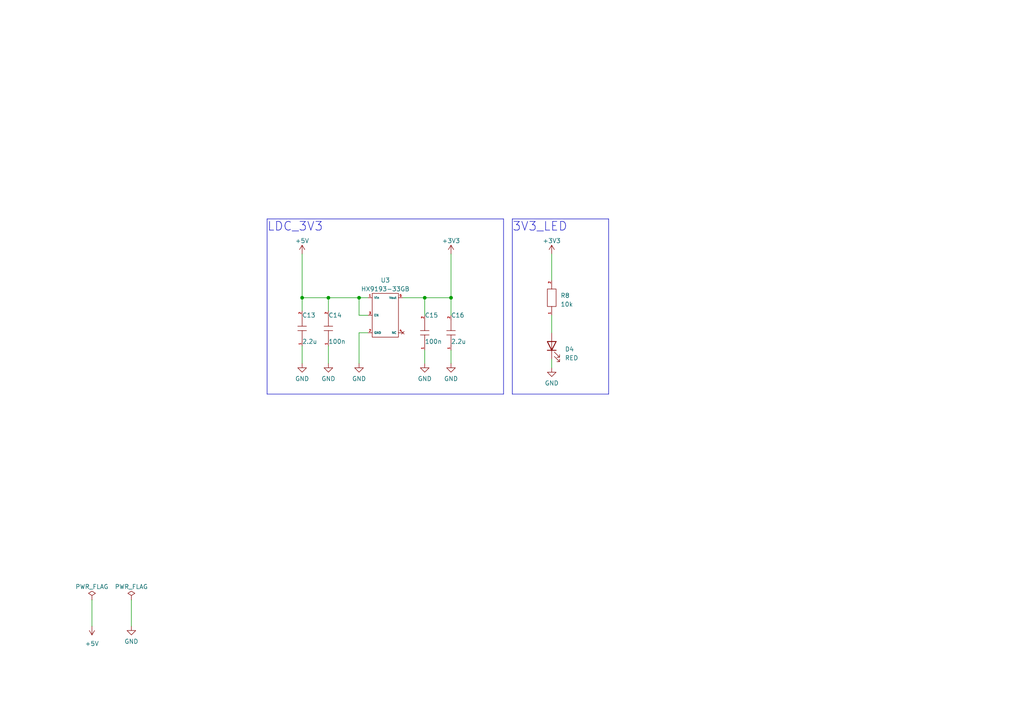
<source format=kicad_sch>
(kicad_sch (version 20230121) (generator eeschema)

  (uuid f1a59d39-2cc7-4634-995f-9a77d5826678)

  (paper "A4")

  (lib_symbols
    (symbol "001_Basic_PassiveComponents:001_Resistor" (pin_names (offset 1.016)) (in_bom yes) (on_board yes)
      (property "Reference" "R" (at -4.445 -2.54 0)
        (effects (font (size 1.27 1.27)))
      )
      (property "Value" "001_Resistor" (at 0 2.54 0)
        (effects (font (size 1.27 1.27)))
      )
      (property "Footprint" "" (at -3.81 3.81 0)
        (effects (font (size 1.27 1.27)) hide)
      )
      (property "Datasheet" "" (at -3.81 3.81 0)
        (effects (font (size 1.27 1.27)) hide)
      )
      (property "Symbol type" "Alternate Source" (at 0 5.08 0)
        (effects (font (size 1.27 1.27)) hide)
      )
      (symbol "001_Resistor_0_1"
        (rectangle (start -2.54 1.27) (end 2.54 -1.27)
          (stroke (width 0) (type default))
          (fill (type none))
        )
        (polyline
          (pts
            (xy -3.81 0)
            (xy -2.54 0)
          )
          (stroke (width 0) (type default))
          (fill (type none))
        )
        (polyline
          (pts
            (xy 2.54 0)
            (xy 3.81 0)
          )
          (stroke (width 0) (type default))
          (fill (type none))
        )
      )
      (symbol "001_Resistor_1_1"
        (pin passive line (at -5.08 0 0) (length 1.27)
          (name "~" (effects (font (size 0.635 0.635))))
          (number "1" (effects (font (size 0.635 0.635))))
        )
        (pin passive line (at 5.08 0 180) (length 1.27)
          (name "~" (effects (font (size 0.635 0.635))))
          (number "2" (effects (font (size 0.635 0.635))))
        )
      )
    )
    (symbol "001_Basic_PassiveComponents:101_Capacitor" (pin_names (offset 1.016)) (in_bom yes) (on_board yes)
      (property "Reference" "C" (at -4.445 -2.54 0)
        (effects (font (size 1.27 1.27)))
      )
      (property "Value" "101_Capacitor" (at 0 2.54 0)
        (effects (font (size 1.27 1.27)))
      )
      (property "Footprint" "" (at 0 0 0)
        (effects (font (size 1.27 1.27)) hide)
      )
      (property "Datasheet" "" (at 0 0 0)
        (effects (font (size 1.27 1.27)) hide)
      )
      (property "Symbol type" "Alternate Source" (at 0 5.08 0)
        (effects (font (size 1.27 1.27)) hide)
      )
      (symbol "101_Capacitor_0_1"
        (polyline
          (pts
            (xy -3.81 0)
            (xy -0.635 0)
          )
          (stroke (width 0) (type default))
          (fill (type none))
        )
        (polyline
          (pts
            (xy -0.635 1.27)
            (xy -0.635 -1.27)
          )
          (stroke (width 0) (type default))
          (fill (type none))
        )
        (polyline
          (pts
            (xy 0.635 0)
            (xy 3.81 0)
          )
          (stroke (width 0) (type default))
          (fill (type none))
        )
        (polyline
          (pts
            (xy 0.635 1.27)
            (xy 0.635 -1.27)
          )
          (stroke (width 0) (type default))
          (fill (type none))
        )
      )
      (symbol "101_Capacitor_1_1"
        (pin passive line (at -5.08 0 0) (length 1.27)
          (name "~" (effects (font (size 0.635 0.635))))
          (number "1" (effects (font (size 0.635 0.635))))
        )
        (pin passive line (at 5.08 0 180) (length 1.27)
          (name "~" (effects (font (size 0.635 0.635))))
          (number "2" (effects (font (size 0.635 0.635))))
        )
      )
    )
    (symbol "203_Power_LDO:HX9193-33GB-N" (in_bom yes) (on_board yes)
      (property "Reference" "U" (at -2.54 -7.62 0)
        (effects (font (size 1.27 1.27)))
      )
      (property "Value" "HX9193-33GB-N" (at 0 7.62 0)
        (effects (font (size 1.27 1.27)))
      )
      (property "Footprint" "003_GN_SMALL-SEMI_SMD:SOT-23-5" (at 0 10.16 0)
        (effects (font (size 1.27 1.27)) hide)
      )
      (property "Datasheet" "" (at 0 2.54 0)
        (effects (font (size 1.27 1.27)) hide)
      )
      (property "Symbol type" "Specified Device" (at 0 12.7 0)
        (effects (font (size 1.27 1.27)) hide)
      )
      (property "ki_keywords" "High PSRR" (at 0 0 0)
        (effects (font (size 1.27 1.27)) hide)
      )
      (property "ki_description" "7Vin_3.3Vout_300mA" (at 0 0 0)
        (effects (font (size 1.27 1.27)) hide)
      )
      (symbol "HX9193-33GB-N_0_1"
        (rectangle (start -3.81 6.35) (end 3.81 -6.35)
          (stroke (width 0) (type default))
          (fill (type none))
        )
      )
      (symbol "HX9193-33GB-N_1_1"
        (pin power_in line (at -5.08 5.08 0) (length 1.27)
          (name "Vin" (effects (font (size 0.635 0.635))))
          (number "1" (effects (font (size 0.635 0.635))))
        )
        (pin power_in line (at -5.08 -5.08 0) (length 1.27)
          (name "GND" (effects (font (size 0.635 0.635))))
          (number "2" (effects (font (size 0.635 0.635))))
        )
        (pin input line (at -5.08 0 0) (length 1.27)
          (name "EN" (effects (font (size 0.635 0.635))))
          (number "3" (effects (font (size 0.635 0.635))))
        )
        (pin no_connect line (at 5.08 -5.08 180) (length 1.27)
          (name "NC" (effects (font (size 0.635 0.635))))
          (number "4" (effects (font (size 0.635 0.635))))
        )
        (pin power_out line (at 5.08 5.08 180) (length 1.27)
          (name "Vout" (effects (font (size 0.635 0.635))))
          (number "5" (effects (font (size 0.635 0.635))))
        )
      )
    )
    (symbol "Device:LED" (pin_numbers hide) (pin_names (offset 1.016) hide) (in_bom yes) (on_board yes)
      (property "Reference" "D" (at 0 2.54 0)
        (effects (font (size 1.27 1.27)))
      )
      (property "Value" "LED" (at 0 -2.54 0)
        (effects (font (size 1.27 1.27)))
      )
      (property "Footprint" "" (at 0 0 0)
        (effects (font (size 1.27 1.27)) hide)
      )
      (property "Datasheet" "~" (at 0 0 0)
        (effects (font (size 1.27 1.27)) hide)
      )
      (property "ki_keywords" "LED diode" (at 0 0 0)
        (effects (font (size 1.27 1.27)) hide)
      )
      (property "ki_description" "Light emitting diode" (at 0 0 0)
        (effects (font (size 1.27 1.27)) hide)
      )
      (property "ki_fp_filters" "LED* LED_SMD:* LED_THT:*" (at 0 0 0)
        (effects (font (size 1.27 1.27)) hide)
      )
      (symbol "LED_0_1"
        (polyline
          (pts
            (xy -1.27 -1.27)
            (xy -1.27 1.27)
          )
          (stroke (width 0.254) (type default))
          (fill (type none))
        )
        (polyline
          (pts
            (xy -1.27 0)
            (xy 1.27 0)
          )
          (stroke (width 0) (type default))
          (fill (type none))
        )
        (polyline
          (pts
            (xy 1.27 -1.27)
            (xy 1.27 1.27)
            (xy -1.27 0)
            (xy 1.27 -1.27)
          )
          (stroke (width 0.254) (type default))
          (fill (type none))
        )
        (polyline
          (pts
            (xy -3.048 -0.762)
            (xy -4.572 -2.286)
            (xy -3.81 -2.286)
            (xy -4.572 -2.286)
            (xy -4.572 -1.524)
          )
          (stroke (width 0) (type default))
          (fill (type none))
        )
        (polyline
          (pts
            (xy -1.778 -0.762)
            (xy -3.302 -2.286)
            (xy -2.54 -2.286)
            (xy -3.302 -2.286)
            (xy -3.302 -1.524)
          )
          (stroke (width 0) (type default))
          (fill (type none))
        )
      )
      (symbol "LED_1_1"
        (pin passive line (at -3.81 0 0) (length 2.54)
          (name "K" (effects (font (size 1.27 1.27))))
          (number "1" (effects (font (size 1.27 1.27))))
        )
        (pin passive line (at 3.81 0 180) (length 2.54)
          (name "A" (effects (font (size 1.27 1.27))))
          (number "2" (effects (font (size 1.27 1.27))))
        )
      )
    )
    (symbol "power:+3V3" (power) (pin_names (offset 0)) (in_bom yes) (on_board yes)
      (property "Reference" "#PWR" (at 0 -3.81 0)
        (effects (font (size 1.27 1.27)) hide)
      )
      (property "Value" "+3V3" (at 0 3.556 0)
        (effects (font (size 1.27 1.27)))
      )
      (property "Footprint" "" (at 0 0 0)
        (effects (font (size 1.27 1.27)) hide)
      )
      (property "Datasheet" "" (at 0 0 0)
        (effects (font (size 1.27 1.27)) hide)
      )
      (property "ki_keywords" "global power" (at 0 0 0)
        (effects (font (size 1.27 1.27)) hide)
      )
      (property "ki_description" "Power symbol creates a global label with name \"+3V3\"" (at 0 0 0)
        (effects (font (size 1.27 1.27)) hide)
      )
      (symbol "+3V3_0_1"
        (polyline
          (pts
            (xy -0.762 1.27)
            (xy 0 2.54)
          )
          (stroke (width 0) (type default))
          (fill (type none))
        )
        (polyline
          (pts
            (xy 0 0)
            (xy 0 2.54)
          )
          (stroke (width 0) (type default))
          (fill (type none))
        )
        (polyline
          (pts
            (xy 0 2.54)
            (xy 0.762 1.27)
          )
          (stroke (width 0) (type default))
          (fill (type none))
        )
      )
      (symbol "+3V3_1_1"
        (pin power_in line (at 0 0 90) (length 0) hide
          (name "+3V3" (effects (font (size 1.27 1.27))))
          (number "1" (effects (font (size 1.27 1.27))))
        )
      )
    )
    (symbol "power:+5V" (power) (pin_names (offset 0)) (in_bom yes) (on_board yes)
      (property "Reference" "#PWR" (at 0 -3.81 0)
        (effects (font (size 1.27 1.27)) hide)
      )
      (property "Value" "+5V" (at 0 3.556 0)
        (effects (font (size 1.27 1.27)))
      )
      (property "Footprint" "" (at 0 0 0)
        (effects (font (size 1.27 1.27)) hide)
      )
      (property "Datasheet" "" (at 0 0 0)
        (effects (font (size 1.27 1.27)) hide)
      )
      (property "ki_keywords" "global power" (at 0 0 0)
        (effects (font (size 1.27 1.27)) hide)
      )
      (property "ki_description" "Power symbol creates a global label with name \"+5V\"" (at 0 0 0)
        (effects (font (size 1.27 1.27)) hide)
      )
      (symbol "+5V_0_1"
        (polyline
          (pts
            (xy -0.762 1.27)
            (xy 0 2.54)
          )
          (stroke (width 0) (type default))
          (fill (type none))
        )
        (polyline
          (pts
            (xy 0 0)
            (xy 0 2.54)
          )
          (stroke (width 0) (type default))
          (fill (type none))
        )
        (polyline
          (pts
            (xy 0 2.54)
            (xy 0.762 1.27)
          )
          (stroke (width 0) (type default))
          (fill (type none))
        )
      )
      (symbol "+5V_1_1"
        (pin power_in line (at 0 0 90) (length 0) hide
          (name "+5V" (effects (font (size 1.27 1.27))))
          (number "1" (effects (font (size 1.27 1.27))))
        )
      )
    )
    (symbol "power:GND" (power) (pin_names (offset 0)) (in_bom yes) (on_board yes)
      (property "Reference" "#PWR" (at 0 -6.35 0)
        (effects (font (size 1.27 1.27)) hide)
      )
      (property "Value" "GND" (at 0 -3.81 0)
        (effects (font (size 1.27 1.27)))
      )
      (property "Footprint" "" (at 0 0 0)
        (effects (font (size 1.27 1.27)) hide)
      )
      (property "Datasheet" "" (at 0 0 0)
        (effects (font (size 1.27 1.27)) hide)
      )
      (property "ki_keywords" "power-flag" (at 0 0 0)
        (effects (font (size 1.27 1.27)) hide)
      )
      (property "ki_description" "Power symbol creates a global label with name \"GND\" , ground" (at 0 0 0)
        (effects (font (size 1.27 1.27)) hide)
      )
      (symbol "GND_0_1"
        (polyline
          (pts
            (xy 0 0)
            (xy 0 -1.27)
            (xy 1.27 -1.27)
            (xy 0 -2.54)
            (xy -1.27 -1.27)
            (xy 0 -1.27)
          )
          (stroke (width 0) (type default))
          (fill (type none))
        )
      )
      (symbol "GND_1_1"
        (pin power_in line (at 0 0 270) (length 0) hide
          (name "GND" (effects (font (size 1.27 1.27))))
          (number "1" (effects (font (size 1.27 1.27))))
        )
      )
    )
    (symbol "power:PWR_FLAG" (power) (pin_numbers hide) (pin_names (offset 0) hide) (in_bom yes) (on_board yes)
      (property "Reference" "#FLG" (at 0 1.905 0)
        (effects (font (size 1.27 1.27)) hide)
      )
      (property "Value" "PWR_FLAG" (at 0 3.81 0)
        (effects (font (size 1.27 1.27)))
      )
      (property "Footprint" "" (at 0 0 0)
        (effects (font (size 1.27 1.27)) hide)
      )
      (property "Datasheet" "~" (at 0 0 0)
        (effects (font (size 1.27 1.27)) hide)
      )
      (property "ki_keywords" "flag power" (at 0 0 0)
        (effects (font (size 1.27 1.27)) hide)
      )
      (property "ki_description" "Special symbol for telling ERC where power comes from" (at 0 0 0)
        (effects (font (size 1.27 1.27)) hide)
      )
      (symbol "PWR_FLAG_0_0"
        (pin power_out line (at 0 0 90) (length 0)
          (name "pwr" (effects (font (size 1.27 1.27))))
          (number "1" (effects (font (size 1.27 1.27))))
        )
      )
      (symbol "PWR_FLAG_0_1"
        (polyline
          (pts
            (xy 0 0)
            (xy 0 1.27)
            (xy -1.016 1.905)
            (xy 0 2.54)
            (xy 1.016 1.905)
            (xy 0 1.27)
          )
          (stroke (width 0) (type default))
          (fill (type none))
        )
      )
    )
  )

  (junction (at 123.19 86.36) (diameter 0) (color 0 0 0 0)
    (uuid 2e3aa19d-9c5b-4eed-982e-08692c4051b0)
  )
  (junction (at 130.81 86.36) (diameter 0) (color 0 0 0 0)
    (uuid 40780ed2-8946-4ad8-bbfd-8d769eeba873)
  )
  (junction (at 95.25 86.36) (diameter 0) (color 0 0 0 0)
    (uuid 5060a8bf-f1a2-45a1-97b8-825e15b3e273)
  )
  (junction (at 87.63 86.36) (diameter 0) (color 0 0 0 0)
    (uuid bdda6c1d-70a8-45f7-85ec-3b22a397a35c)
  )
  (junction (at 104.14 86.36) (diameter 0) (color 0 0 0 0)
    (uuid fcb221d9-28c6-4e4f-b767-6ab04401fac4)
  )

  (polyline (pts (xy 148.59 114.3) (xy 176.53 114.3))
    (stroke (width 0) (type default))
    (uuid 00e23d7a-e696-4467-9ab7-16698f94a6e1)
  )

  (wire (pts (xy 160.02 91.44) (xy 160.02 96.52))
    (stroke (width 0) (type default))
    (uuid 02e82ac2-f4d2-4aa0-bb33-fac991e2e544)
  )
  (wire (pts (xy 116.84 86.36) (xy 123.19 86.36))
    (stroke (width 0) (type default))
    (uuid 0400d866-72b5-4e7a-b305-5e195a5bff9a)
  )
  (wire (pts (xy 95.25 100.33) (xy 95.25 105.41))
    (stroke (width 0) (type default))
    (uuid 0a06581e-1faf-447c-9ce4-78e86ba56445)
  )
  (wire (pts (xy 26.67 173.99) (xy 26.67 181.61))
    (stroke (width 0) (type default))
    (uuid 0eaeb591-e3d6-45c3-9fc2-c3e746372f41)
  )
  (polyline (pts (xy 77.47 63.5) (xy 77.47 114.3))
    (stroke (width 0) (type default))
    (uuid 14653462-6fd8-4dcd-a0fd-1af51b22bf4d)
  )

  (wire (pts (xy 87.63 73.66) (xy 87.63 86.36))
    (stroke (width 0) (type default))
    (uuid 2d01ebdf-a605-4749-86aa-2a74003ed407)
  )
  (wire (pts (xy 95.25 86.36) (xy 104.14 86.36))
    (stroke (width 0) (type default))
    (uuid 48e78dde-054b-4d74-8480-2c99940ced47)
  )
  (polyline (pts (xy 77.47 63.5) (xy 146.05 63.5))
    (stroke (width 0) (type default))
    (uuid 4d20da2c-06ed-47e7-91fa-fc629d8567d5)
  )

  (wire (pts (xy 130.81 73.66) (xy 130.81 86.36))
    (stroke (width 0) (type default))
    (uuid 5211fe05-cb7d-495a-b710-1ef65c980be7)
  )
  (wire (pts (xy 106.68 91.44) (xy 104.14 91.44))
    (stroke (width 0) (type default))
    (uuid 54202314-304f-4450-80f6-76e0d8267753)
  )
  (wire (pts (xy 123.19 101.6) (xy 123.19 105.41))
    (stroke (width 0) (type default))
    (uuid 593b7d31-c9aa-4786-9338-2889bf02a9c3)
  )
  (wire (pts (xy 38.1 173.99) (xy 38.1 181.61))
    (stroke (width 0) (type default))
    (uuid 599e4da9-db8e-43a0-8008-012ee4ac9096)
  )
  (wire (pts (xy 130.81 101.6) (xy 130.81 105.41))
    (stroke (width 0) (type default))
    (uuid 7abc79fb-f47d-4f2b-acde-5c2cc5749946)
  )
  (polyline (pts (xy 148.59 63.5) (xy 148.59 114.3))
    (stroke (width 0) (type default))
    (uuid 7ebaf44f-c976-4f86-ac30-3b89705a24ce)
  )

  (wire (pts (xy 123.19 86.36) (xy 130.81 86.36))
    (stroke (width 0) (type default))
    (uuid 7f771ce2-7bc0-41bf-be96-e18bfae933b3)
  )
  (wire (pts (xy 123.19 91.44) (xy 123.19 86.36))
    (stroke (width 0) (type default))
    (uuid 95a1b479-a227-4022-a58d-5b956814717a)
  )
  (wire (pts (xy 160.02 73.66) (xy 160.02 81.28))
    (stroke (width 0) (type default))
    (uuid 95e29300-506e-45a6-820f-caa9a75608ea)
  )
  (polyline (pts (xy 77.47 114.3) (xy 146.05 114.3))
    (stroke (width 0) (type default))
    (uuid 96aeaa26-d522-41ca-aed1-e6856668e085)
  )

  (wire (pts (xy 95.25 90.17) (xy 95.25 86.36))
    (stroke (width 0) (type default))
    (uuid 980f637a-ab2c-4cd1-8b11-cfe0bf116bfe)
  )
  (wire (pts (xy 130.81 86.36) (xy 130.81 91.44))
    (stroke (width 0) (type default))
    (uuid 9e3233e6-8cfc-4761-854c-3ceb93f1e9b8)
  )
  (wire (pts (xy 160.02 104.14) (xy 160.02 106.68))
    (stroke (width 0) (type default))
    (uuid a21c31c4-7430-4fbe-9fa4-01eed9dc319a)
  )
  (polyline (pts (xy 176.53 114.3) (xy 176.53 63.5))
    (stroke (width 0) (type default))
    (uuid be8a4cff-9fa8-4278-9923-50bb81ab7876)
  )

  (wire (pts (xy 104.14 86.36) (xy 106.68 86.36))
    (stroke (width 0) (type default))
    (uuid bea64507-4b32-47bc-84ed-da50fda1774d)
  )
  (polyline (pts (xy 146.05 114.3) (xy 146.05 63.5))
    (stroke (width 0) (type default))
    (uuid d231ef19-c3e6-4379-9a36-d64ddf5526a9)
  )

  (wire (pts (xy 87.63 86.36) (xy 95.25 86.36))
    (stroke (width 0) (type default))
    (uuid d478a57e-5257-42f5-a508-52c9744c1873)
  )
  (wire (pts (xy 104.14 96.52) (xy 106.68 96.52))
    (stroke (width 0) (type default))
    (uuid de913acb-ee47-494b-b074-49785b314fda)
  )
  (wire (pts (xy 87.63 100.33) (xy 87.63 105.41))
    (stroke (width 0) (type default))
    (uuid e48ed6ba-8241-4bad-8e95-bfbc5665fa01)
  )
  (wire (pts (xy 87.63 90.17) (xy 87.63 86.36))
    (stroke (width 0) (type default))
    (uuid e651318d-f5c1-4558-a24c-f3e6e55604ea)
  )
  (wire (pts (xy 104.14 86.36) (xy 104.14 91.44))
    (stroke (width 0) (type default))
    (uuid f8c0c373-e4fc-4bb8-90d1-42161deddac1)
  )
  (wire (pts (xy 104.14 105.41) (xy 104.14 96.52))
    (stroke (width 0) (type default))
    (uuid fb4e7a30-edac-42ed-aeac-e7eb7d762c35)
  )
  (polyline (pts (xy 148.59 63.5) (xy 176.53 63.5))
    (stroke (width 0) (type default))
    (uuid ffc709c7-f9c7-46d6-8f66-9c7b7f0b2e91)
  )

  (text "3V3_LED" (at 148.59 67.31 0)
    (effects (font (size 2.54 2.54)) (justify left bottom))
    (uuid acc722f5-0212-4473-9784-f9f0c8a9c2f3)
  )
  (text "LDC_3V3" (at 77.47 67.31 0)
    (effects (font (size 2.54 2.54)) (justify left bottom))
    (uuid c840c231-6132-40a0-b883-0143f3a8d755)
  )

  (symbol (lib_id "power:+5V") (at 26.67 181.61 180) (unit 1)
    (in_bom yes) (on_board yes) (dnp no) (fields_autoplaced)
    (uuid 12cc57dd-00bf-44f4-9bd9-c054bea0e7d3)
    (property "Reference" "#PWR058" (at 26.67 177.8 0)
      (effects (font (size 1.27 1.27)) hide)
    )
    (property "Value" "+5V" (at 26.67 186.69 0)
      (effects (font (size 1.27 1.27)))
    )
    (property "Footprint" "" (at 26.67 181.61 0)
      (effects (font (size 1.27 1.27)) hide)
    )
    (property "Datasheet" "" (at 26.67 181.61 0)
      (effects (font (size 1.27 1.27)) hide)
    )
    (pin "1" (uuid e625c2d2-8943-4f3c-a72c-2f143b71904c))
    (instances
      (project "f103c8t6开发板"
        (path "/74e35265-df09-4450-97d3-36a1cb5ad7a7/0a626b7b-053e-4ef0-baec-d548b065da00"
          (reference "#PWR058") (unit 1)
        )
      )
    )
  )

  (symbol (lib_id "power:GND") (at 104.14 105.41 0) (unit 1)
    (in_bom yes) (on_board yes) (dnp no) (fields_autoplaced)
    (uuid 1314f0af-52eb-4f82-8b85-61ae08e50e0f)
    (property "Reference" "#PWR021" (at 104.14 111.76 0)
      (effects (font (size 1.27 1.27)) hide)
    )
    (property "Value" "GND" (at 104.14 109.855 0)
      (effects (font (size 1.27 1.27)))
    )
    (property "Footprint" "" (at 104.14 105.41 0)
      (effects (font (size 1.27 1.27)) hide)
    )
    (property "Datasheet" "" (at 104.14 105.41 0)
      (effects (font (size 1.27 1.27)) hide)
    )
    (pin "1" (uuid ff23b533-e744-4fb0-b9de-4019712a3dc1))
    (instances
      (project "f103c8t6开发板"
        (path "/74e35265-df09-4450-97d3-36a1cb5ad7a7/0a626b7b-053e-4ef0-baec-d548b065da00"
          (reference "#PWR021") (unit 1)
        )
      )
    )
  )

  (symbol (lib_id "power:PWR_FLAG") (at 38.1 173.99 0) (unit 1)
    (in_bom yes) (on_board yes) (dnp no) (fields_autoplaced)
    (uuid 21007fb7-34a1-43e5-9d34-5ec830caa6ca)
    (property "Reference" "#FLG02" (at 38.1 172.085 0)
      (effects (font (size 1.27 1.27)) hide)
    )
    (property "Value" "PWR_FLAG" (at 38.1 170.18 0)
      (effects (font (size 1.27 1.27)))
    )
    (property "Footprint" "" (at 38.1 173.99 0)
      (effects (font (size 1.27 1.27)) hide)
    )
    (property "Datasheet" "~" (at 38.1 173.99 0)
      (effects (font (size 1.27 1.27)) hide)
    )
    (pin "1" (uuid b7aef776-b4a8-467c-81fd-fcd0c716c05e))
    (instances
      (project "f103c8t6开发板"
        (path "/74e35265-df09-4450-97d3-36a1cb5ad7a7/0a626b7b-053e-4ef0-baec-d548b065da00"
          (reference "#FLG02") (unit 1)
        )
      )
    )
  )

  (symbol (lib_id "Device:LED") (at 160.02 100.33 90) (unit 1)
    (in_bom yes) (on_board yes) (dnp no) (fields_autoplaced)
    (uuid 41e91b5d-ba7d-4338-9a89-30e6b6ed3d49)
    (property "Reference" "D4" (at 163.83 101.2825 90)
      (effects (font (size 1.27 1.27)) (justify right))
    )
    (property "Value" "RED" (at 163.83 103.8225 90)
      (effects (font (size 1.27 1.27)) (justify right))
    )
    (property "Footprint" "LED_SMD:LED_0603_1608Metric" (at 160.02 100.33 0)
      (effects (font (size 1.27 1.27)) hide)
    )
    (property "Datasheet" "~" (at 160.02 100.33 0)
      (effects (font (size 1.27 1.27)) hide)
    )
    (pin "1" (uuid 3cd235f0-3c21-4438-b165-0646edbb1797))
    (pin "2" (uuid cb6800ca-6b79-4daf-acef-8405f76080b1))
    (instances
      (project "f103c8t6开发板"
        (path "/74e35265-df09-4450-97d3-36a1cb5ad7a7/0a626b7b-053e-4ef0-baec-d548b065da00"
          (reference "D4") (unit 1)
        )
      )
    )
  )

  (symbol (lib_id "001_Basic_PassiveComponents:101_Capacitor") (at 87.63 95.25 90) (unit 1)
    (in_bom yes) (on_board yes) (dnp no)
    (uuid 5e9010b8-dd26-4f8a-890a-78a24353ee79)
    (property "Reference" "C13" (at 87.63 91.44 90)
      (effects (font (size 1.27 1.27)) (justify right))
    )
    (property "Value" "2.2u" (at 87.63 99.06 90)
      (effects (font (size 1.27 1.27)) (justify right))
    )
    (property "Footprint" "Capacitor_SMD:C_0603_1608Metric" (at 87.63 95.25 0)
      (effects (font (size 1.27 1.27)) hide)
    )
    (property "Datasheet" "" (at 87.63 95.25 0)
      (effects (font (size 1.27 1.27)) hide)
    )
    (property "Symbol type" "Alternate Source" (at 82.55 95.25 0)
      (effects (font (size 1.27 1.27)) hide)
    )
    (pin "1" (uuid 216c2735-9b87-4bb8-b414-efb9b8abe0f9))
    (pin "2" (uuid 4b6bc29e-76a1-4f3d-8c4f-9810227b932d))
    (instances
      (project "f103c8t6开发板"
        (path "/74e35265-df09-4450-97d3-36a1cb5ad7a7/0a626b7b-053e-4ef0-baec-d548b065da00"
          (reference "C13") (unit 1)
        )
      )
    )
  )

  (symbol (lib_id "power:GND") (at 95.25 105.41 0) (unit 1)
    (in_bom yes) (on_board yes) (dnp no) (fields_autoplaced)
    (uuid 686ba191-efc0-4373-bdd7-0924c2915b34)
    (property "Reference" "#PWR020" (at 95.25 111.76 0)
      (effects (font (size 1.27 1.27)) hide)
    )
    (property "Value" "GND" (at 95.25 109.855 0)
      (effects (font (size 1.27 1.27)))
    )
    (property "Footprint" "" (at 95.25 105.41 0)
      (effects (font (size 1.27 1.27)) hide)
    )
    (property "Datasheet" "" (at 95.25 105.41 0)
      (effects (font (size 1.27 1.27)) hide)
    )
    (pin "1" (uuid 0ed56864-1c14-4aba-baf8-ac443893268d))
    (instances
      (project "f103c8t6开发板"
        (path "/74e35265-df09-4450-97d3-36a1cb5ad7a7/0a626b7b-053e-4ef0-baec-d548b065da00"
          (reference "#PWR020") (unit 1)
        )
      )
    )
  )

  (symbol (lib_id "power:+3V3") (at 160.02 73.66 0) (unit 1)
    (in_bom yes) (on_board yes) (dnp no) (fields_autoplaced)
    (uuid 70d18b10-6603-459e-a165-f07ae2613bcc)
    (property "Reference" "#PWR017" (at 160.02 77.47 0)
      (effects (font (size 1.27 1.27)) hide)
    )
    (property "Value" "+3V3" (at 160.02 69.85 0)
      (effects (font (size 1.27 1.27)))
    )
    (property "Footprint" "" (at 160.02 73.66 0)
      (effects (font (size 1.27 1.27)) hide)
    )
    (property "Datasheet" "" (at 160.02 73.66 0)
      (effects (font (size 1.27 1.27)) hide)
    )
    (pin "1" (uuid 957f6d5f-b501-431b-9cfd-17db55596bd9))
    (instances
      (project "f103c8t6开发板"
        (path "/74e35265-df09-4450-97d3-36a1cb5ad7a7/0a626b7b-053e-4ef0-baec-d548b065da00"
          (reference "#PWR017") (unit 1)
        )
      )
    )
  )

  (symbol (lib_id "001_Basic_PassiveComponents:101_Capacitor") (at 123.19 96.52 90) (unit 1)
    (in_bom yes) (on_board yes) (dnp no)
    (uuid 9445c5ce-afb6-4736-bee7-c1165325fbaf)
    (property "Reference" "C15" (at 123.19 91.44 90)
      (effects (font (size 1.27 1.27)) (justify right))
    )
    (property "Value" "100n" (at 123.19 99.06 90)
      (effects (font (size 1.27 1.27)) (justify right))
    )
    (property "Footprint" "Capacitor_SMD:C_0603_1608Metric" (at 123.19 96.52 0)
      (effects (font (size 1.27 1.27)) hide)
    )
    (property "Datasheet" "" (at 123.19 96.52 0)
      (effects (font (size 1.27 1.27)) hide)
    )
    (property "Symbol type" "Alternate Source" (at 118.11 96.52 0)
      (effects (font (size 1.27 1.27)) hide)
    )
    (pin "1" (uuid aed33ea5-8352-434a-8479-3b0b988d0cc5))
    (pin "2" (uuid bd53f7e0-3953-44c5-bd9b-d0e6e776a10d))
    (instances
      (project "f103c8t6开发板"
        (path "/74e35265-df09-4450-97d3-36a1cb5ad7a7/0a626b7b-053e-4ef0-baec-d548b065da00"
          (reference "C15") (unit 1)
        )
      )
    )
  )

  (symbol (lib_id "power:GND") (at 87.63 105.41 0) (unit 1)
    (in_bom yes) (on_board yes) (dnp no) (fields_autoplaced)
    (uuid 9490d9e7-9b57-40b3-8a71-336fda301fae)
    (property "Reference" "#PWR023" (at 87.63 111.76 0)
      (effects (font (size 1.27 1.27)) hide)
    )
    (property "Value" "GND" (at 87.63 109.855 0)
      (effects (font (size 1.27 1.27)))
    )
    (property "Footprint" "" (at 87.63 105.41 0)
      (effects (font (size 1.27 1.27)) hide)
    )
    (property "Datasheet" "" (at 87.63 105.41 0)
      (effects (font (size 1.27 1.27)) hide)
    )
    (pin "1" (uuid 3f5c92ae-7295-4ab6-a4e6-e68403491f6d))
    (instances
      (project "f103c8t6开发板"
        (path "/74e35265-df09-4450-97d3-36a1cb5ad7a7/0a626b7b-053e-4ef0-baec-d548b065da00"
          (reference "#PWR023") (unit 1)
        )
      )
    )
  )

  (symbol (lib_id "power:GND") (at 130.81 105.41 0) (unit 1)
    (in_bom yes) (on_board yes) (dnp no) (fields_autoplaced)
    (uuid 998d74f2-a384-448c-ab76-5a1dcb089db4)
    (property "Reference" "#PWR019" (at 130.81 111.76 0)
      (effects (font (size 1.27 1.27)) hide)
    )
    (property "Value" "GND" (at 130.81 109.855 0)
      (effects (font (size 1.27 1.27)))
    )
    (property "Footprint" "" (at 130.81 105.41 0)
      (effects (font (size 1.27 1.27)) hide)
    )
    (property "Datasheet" "" (at 130.81 105.41 0)
      (effects (font (size 1.27 1.27)) hide)
    )
    (pin "1" (uuid 7994368c-2b19-474a-a97c-17dda9b04a20))
    (instances
      (project "f103c8t6开发板"
        (path "/74e35265-df09-4450-97d3-36a1cb5ad7a7/0a626b7b-053e-4ef0-baec-d548b065da00"
          (reference "#PWR019") (unit 1)
        )
      )
    )
  )

  (symbol (lib_id "power:PWR_FLAG") (at 26.67 173.99 0) (unit 1)
    (in_bom yes) (on_board yes) (dnp no) (fields_autoplaced)
    (uuid 9a6a62cc-7840-4876-ad42-5ae747c98b0d)
    (property "Reference" "#FLG01" (at 26.67 172.085 0)
      (effects (font (size 1.27 1.27)) hide)
    )
    (property "Value" "PWR_FLAG" (at 26.67 170.18 0)
      (effects (font (size 1.27 1.27)))
    )
    (property "Footprint" "" (at 26.67 173.99 0)
      (effects (font (size 1.27 1.27)) hide)
    )
    (property "Datasheet" "~" (at 26.67 173.99 0)
      (effects (font (size 1.27 1.27)) hide)
    )
    (pin "1" (uuid d3148641-f2e5-4c15-a288-8cc0c69a1cd3))
    (instances
      (project "f103c8t6开发板"
        (path "/74e35265-df09-4450-97d3-36a1cb5ad7a7/0a626b7b-053e-4ef0-baec-d548b065da00"
          (reference "#FLG01") (unit 1)
        )
      )
    )
  )

  (symbol (lib_id "001_Basic_PassiveComponents:001_Resistor") (at 160.02 86.36 90) (unit 1)
    (in_bom yes) (on_board yes) (dnp no) (fields_autoplaced)
    (uuid a7169f13-7825-49df-bfbc-28aff89168f8)
    (property "Reference" "R8" (at 162.56 85.725 90)
      (effects (font (size 1.27 1.27)) (justify right))
    )
    (property "Value" "10k" (at 162.56 88.265 90)
      (effects (font (size 1.27 1.27)) (justify right))
    )
    (property "Footprint" "ResistorSMD:R_0603_1608Metric" (at 156.21 90.17 0)
      (effects (font (size 1.27 1.27)) hide)
    )
    (property "Datasheet" "" (at 156.21 90.17 0)
      (effects (font (size 1.27 1.27)) hide)
    )
    (property "Symbol type" "Alternate Source" (at 154.94 86.36 0)
      (effects (font (size 1.27 1.27)) hide)
    )
    (pin "1" (uuid eaf2d3eb-b724-4fd4-abf4-592549dd39d0))
    (pin "2" (uuid bd9b0650-57a8-47c0-82ba-bbb2907c44a4))
    (instances
      (project "f103c8t6开发板"
        (path "/74e35265-df09-4450-97d3-36a1cb5ad7a7/0a626b7b-053e-4ef0-baec-d548b065da00"
          (reference "R8") (unit 1)
        )
      )
    )
  )

  (symbol (lib_id "203_Power_LDO:HX9193-33GB-N") (at 111.76 91.44 0) (unit 1)
    (in_bom yes) (on_board yes) (dnp no) (fields_autoplaced)
    (uuid ab32f774-3c04-4268-8436-d929ea69bab6)
    (property "Reference" "U3" (at 111.76 81.28 0)
      (effects (font (size 1.27 1.27)))
    )
    (property "Value" "HX9193-33GB" (at 111.76 83.82 0)
      (effects (font (size 1.27 1.27)))
    )
    (property "Footprint" "PackageSOT:SOT-23-5" (at 111.76 81.28 0)
      (effects (font (size 1.27 1.27)) hide)
    )
    (property "Datasheet" "" (at 111.76 88.9 0)
      (effects (font (size 1.27 1.27)) hide)
    )
    (property "Symbol type" "Specified Device" (at 111.76 78.74 0)
      (effects (font (size 1.27 1.27)) hide)
    )
    (pin "1" (uuid 22a34743-4501-497a-b6fe-48584f0e9a98))
    (pin "2" (uuid 424c1251-59c5-4ded-87d8-1f69419a588c))
    (pin "3" (uuid 6d0128b6-a9d4-43e4-a2d7-4ed30bfe6cf6))
    (pin "4" (uuid 1a89c126-9d87-4fa2-bfb6-4dc9a5460f81))
    (pin "5" (uuid 7e599a9f-cc5f-4ba6-b7b5-7024182bf7d7))
    (instances
      (project "f103c8t6开发板"
        (path "/74e35265-df09-4450-97d3-36a1cb5ad7a7/0a626b7b-053e-4ef0-baec-d548b065da00"
          (reference "U3") (unit 1)
        )
      )
    )
  )

  (symbol (lib_id "001_Basic_PassiveComponents:101_Capacitor") (at 130.81 96.52 90) (unit 1)
    (in_bom yes) (on_board yes) (dnp no)
    (uuid af16e0af-1180-42df-bf8b-a1f16293b1cd)
    (property "Reference" "C16" (at 130.81 91.44 90)
      (effects (font (size 1.27 1.27)) (justify right))
    )
    (property "Value" "2.2u" (at 130.81 99.06 90)
      (effects (font (size 1.27 1.27)) (justify right))
    )
    (property "Footprint" "Capacitor_SMD:C_0603_1608Metric" (at 130.81 96.52 0)
      (effects (font (size 1.27 1.27)) hide)
    )
    (property "Datasheet" "" (at 130.81 96.52 0)
      (effects (font (size 1.27 1.27)) hide)
    )
    (property "Symbol type" "Alternate Source" (at 125.73 96.52 0)
      (effects (font (size 1.27 1.27)) hide)
    )
    (pin "1" (uuid 02f29a9e-c29e-45ff-9741-9e531c5cc388))
    (pin "2" (uuid 950d8e47-7f66-4b38-8ee3-c66f9628d0cd))
    (instances
      (project "f103c8t6开发板"
        (path "/74e35265-df09-4450-97d3-36a1cb5ad7a7/0a626b7b-053e-4ef0-baec-d548b065da00"
          (reference "C16") (unit 1)
        )
      )
    )
  )

  (symbol (lib_id "power:+3V3") (at 130.81 73.66 0) (unit 1)
    (in_bom yes) (on_board yes) (dnp no) (fields_autoplaced)
    (uuid be00246e-e531-406c-a44c-af4f029bf8c5)
    (property "Reference" "#PWR016" (at 130.81 77.47 0)
      (effects (font (size 1.27 1.27)) hide)
    )
    (property "Value" "+3V3" (at 130.81 69.85 0)
      (effects (font (size 1.27 1.27)))
    )
    (property "Footprint" "" (at 130.81 73.66 0)
      (effects (font (size 1.27 1.27)) hide)
    )
    (property "Datasheet" "" (at 130.81 73.66 0)
      (effects (font (size 1.27 1.27)) hide)
    )
    (pin "1" (uuid e6536985-d82f-41be-a4f1-bf6bd9763847))
    (instances
      (project "f103c8t6开发板"
        (path "/74e35265-df09-4450-97d3-36a1cb5ad7a7/0a626b7b-053e-4ef0-baec-d548b065da00"
          (reference "#PWR016") (unit 1)
        )
      )
    )
  )

  (symbol (lib_id "001_Basic_PassiveComponents:101_Capacitor") (at 95.25 95.25 90) (unit 1)
    (in_bom yes) (on_board yes) (dnp no)
    (uuid bf120cd9-a659-42a7-b66d-aee57c266086)
    (property "Reference" "C14" (at 95.25 91.44 90)
      (effects (font (size 1.27 1.27)) (justify right))
    )
    (property "Value" "100n" (at 95.25 99.06 90)
      (effects (font (size 1.27 1.27)) (justify right))
    )
    (property "Footprint" "Capacitor_SMD:C_0603_1608Metric" (at 95.25 95.25 0)
      (effects (font (size 1.27 1.27)) hide)
    )
    (property "Datasheet" "" (at 95.25 95.25 0)
      (effects (font (size 1.27 1.27)) hide)
    )
    (property "Symbol type" "Alternate Source" (at 90.17 95.25 0)
      (effects (font (size 1.27 1.27)) hide)
    )
    (pin "1" (uuid 69fbfc36-0f22-43a6-8238-7823c2ae6eb5))
    (pin "2" (uuid 173a843c-001a-46e1-ac97-1cd35eea7cb9))
    (instances
      (project "f103c8t6开发板"
        (path "/74e35265-df09-4450-97d3-36a1cb5ad7a7/0a626b7b-053e-4ef0-baec-d548b065da00"
          (reference "C14") (unit 1)
        )
      )
    )
  )

  (symbol (lib_id "power:GND") (at 38.1 181.61 0) (unit 1)
    (in_bom yes) (on_board yes) (dnp no) (fields_autoplaced)
    (uuid c4f813e5-118b-4cba-abfc-12ce4d497c0d)
    (property "Reference" "#PWR059" (at 38.1 187.96 0)
      (effects (font (size 1.27 1.27)) hide)
    )
    (property "Value" "GND" (at 38.1 186.055 0)
      (effects (font (size 1.27 1.27)))
    )
    (property "Footprint" "" (at 38.1 181.61 0)
      (effects (font (size 1.27 1.27)) hide)
    )
    (property "Datasheet" "" (at 38.1 181.61 0)
      (effects (font (size 1.27 1.27)) hide)
    )
    (pin "1" (uuid 4a857346-b258-414f-be2b-8bef39e76ea7))
    (instances
      (project "f103c8t6开发板"
        (path "/74e35265-df09-4450-97d3-36a1cb5ad7a7/0a626b7b-053e-4ef0-baec-d548b065da00"
          (reference "#PWR059") (unit 1)
        )
      )
    )
  )

  (symbol (lib_id "power:GND") (at 160.02 106.68 0) (unit 1)
    (in_bom yes) (on_board yes) (dnp no) (fields_autoplaced)
    (uuid c7eb1f45-35b2-4219-979d-3b7b0e5ef168)
    (property "Reference" "#PWR027" (at 160.02 113.03 0)
      (effects (font (size 1.27 1.27)) hide)
    )
    (property "Value" "GND" (at 160.02 111.125 0)
      (effects (font (size 1.27 1.27)))
    )
    (property "Footprint" "" (at 160.02 106.68 0)
      (effects (font (size 1.27 1.27)) hide)
    )
    (property "Datasheet" "" (at 160.02 106.68 0)
      (effects (font (size 1.27 1.27)) hide)
    )
    (pin "1" (uuid da795c2c-2843-4af5-b7a8-3401a2d12095))
    (instances
      (project "f103c8t6开发板"
        (path "/74e35265-df09-4450-97d3-36a1cb5ad7a7/0a626b7b-053e-4ef0-baec-d548b065da00"
          (reference "#PWR027") (unit 1)
        )
      )
    )
  )

  (symbol (lib_id "power:+5V") (at 87.63 73.66 0) (unit 1)
    (in_bom yes) (on_board yes) (dnp no) (fields_autoplaced)
    (uuid e160dc2c-e66d-4d6d-b466-9ac15c149f81)
    (property "Reference" "#PWR018" (at 87.63 77.47 0)
      (effects (font (size 1.27 1.27)) hide)
    )
    (property "Value" "+5V" (at 87.63 69.85 0)
      (effects (font (size 1.27 1.27)))
    )
    (property "Footprint" "" (at 87.63 73.66 0)
      (effects (font (size 1.27 1.27)) hide)
    )
    (property "Datasheet" "" (at 87.63 73.66 0)
      (effects (font (size 1.27 1.27)) hide)
    )
    (pin "1" (uuid b7cd499c-e936-4bf6-8edf-a24a023f1739))
    (instances
      (project "f103c8t6开发板"
        (path "/74e35265-df09-4450-97d3-36a1cb5ad7a7/0a626b7b-053e-4ef0-baec-d548b065da00"
          (reference "#PWR018") (unit 1)
        )
      )
    )
  )

  (symbol (lib_id "power:GND") (at 123.19 105.41 0) (unit 1)
    (in_bom yes) (on_board yes) (dnp no) (fields_autoplaced)
    (uuid e2d5190c-f5ec-431c-8efe-665bcca98000)
    (property "Reference" "#PWR025" (at 123.19 111.76 0)
      (effects (font (size 1.27 1.27)) hide)
    )
    (property "Value" "GND" (at 123.19 109.855 0)
      (effects (font (size 1.27 1.27)))
    )
    (property "Footprint" "" (at 123.19 105.41 0)
      (effects (font (size 1.27 1.27)) hide)
    )
    (property "Datasheet" "" (at 123.19 105.41 0)
      (effects (font (size 1.27 1.27)) hide)
    )
    (pin "1" (uuid 3ce9b70f-23ac-491a-99b5-ca4a010596c5))
    (instances
      (project "f103c8t6开发板"
        (path "/74e35265-df09-4450-97d3-36a1cb5ad7a7/0a626b7b-053e-4ef0-baec-d548b065da00"
          (reference "#PWR025") (unit 1)
        )
      )
    )
  )
)

</source>
